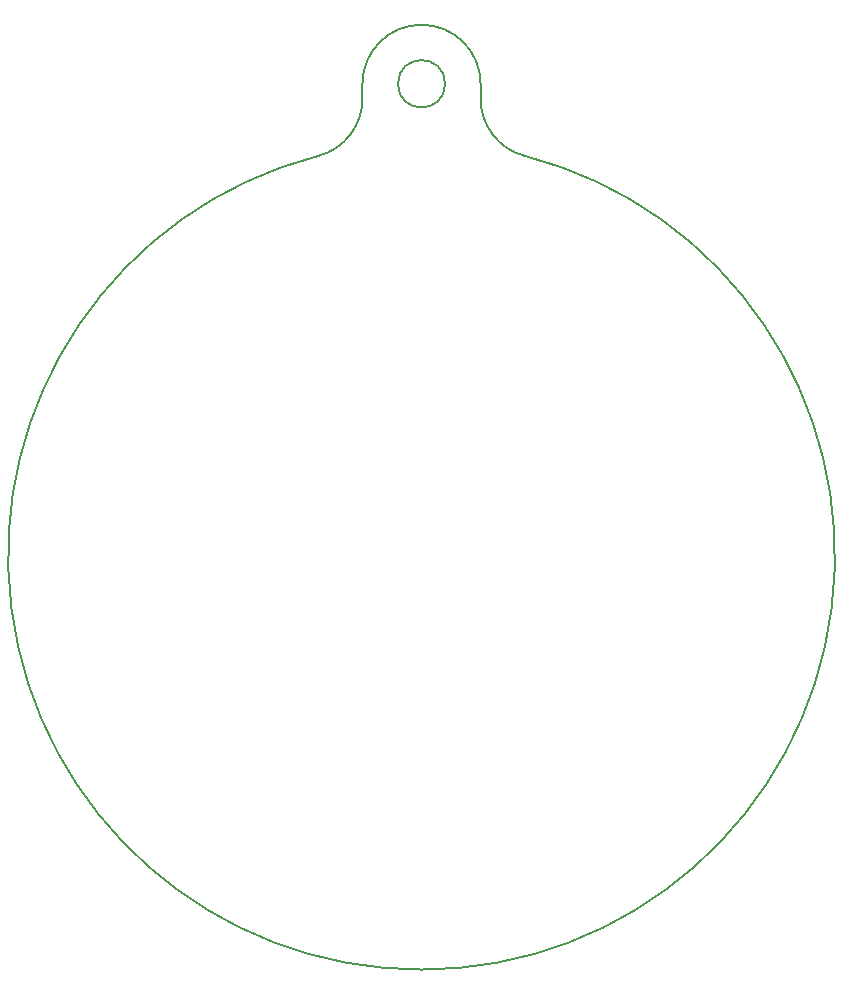
<source format=gbr>
%TF.GenerationSoftware,KiCad,Pcbnew,(6.0.7)*%
%TF.CreationDate,2022-09-13T17:01:02+02:00*%
%TF.ProjectId,TVZ_kuglica,54565a5f-6b75-4676-9c69-63612e6b6963,rev?*%
%TF.SameCoordinates,Original*%
%TF.FileFunction,Profile,NP*%
%FSLAX46Y46*%
G04 Gerber Fmt 4.6, Leading zero omitted, Abs format (unit mm)*
G04 Created by KiCad (PCBNEW (6.0.7)) date 2022-09-13 17:01:02*
%MOMM*%
%LPD*%
G01*
G04 APERTURE LIST*
%TA.AperFunction,Profile*%
%ADD10C,0.200000*%
%TD*%
G04 APERTURE END LIST*
D10*
X142000000Y-60000000D02*
G75*
G03*
X132000000Y-60000000I-5000000J0D01*
G01*
X142000032Y-61270167D02*
G75*
G03*
X145750000Y-66111396I4999968J-33D01*
G01*
X128250007Y-66111426D02*
G75*
G03*
X131999999Y-61270167I-1250007J4841226D01*
G01*
X142000000Y-60000000D02*
X142000000Y-61270167D01*
X128249999Y-66111396D02*
G75*
G03*
X145749999Y-66111395I8750001J-33888604D01*
G01*
X132000000Y-61270167D02*
X132000000Y-60000000D01*
X139000000Y-60000000D02*
G75*
G03*
X139000000Y-60000000I-2000000J0D01*
G01*
M02*

</source>
